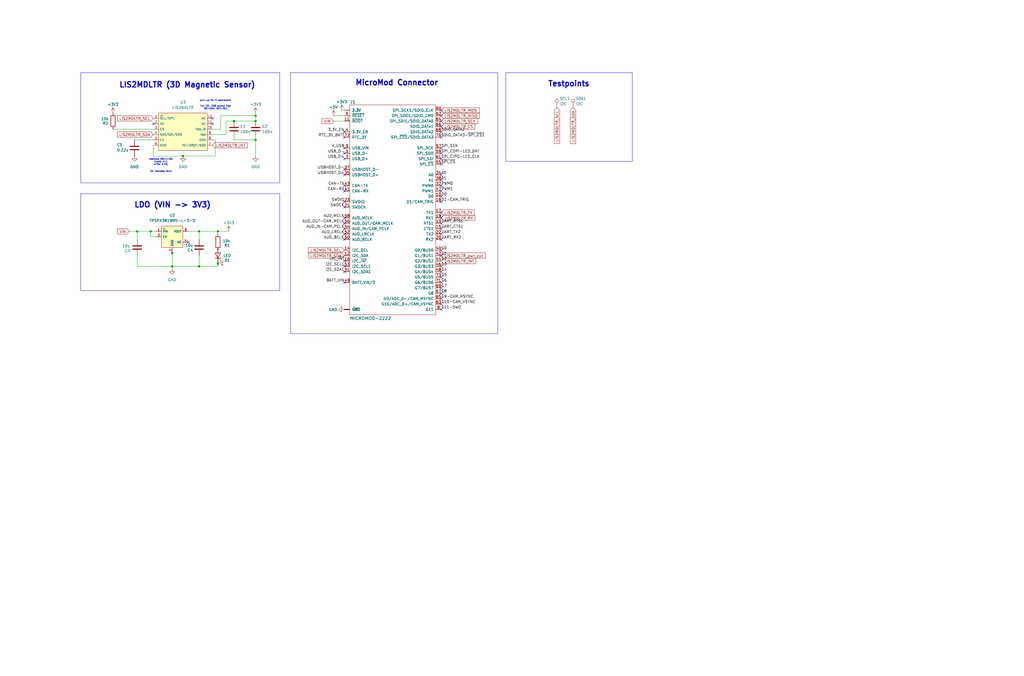
<source format=kicad_sch>
(kicad_sch (version 20250114) (generator "eeschema") (generator_version "9.0")
  (paper "User" 483.387 319.227)
  (lib_symbols
    (symbol "Connector:TestPoint" (pin_numbers (hide yes)) (pin_names (offset 0.762) (hide yes))
      (property "Reference" "TP" (at 0 6.858 0))
      (property "Value" "TestPoint" (at 0 5.08 0))
      (symbol "TestPoint_0_1"
        (circle (center 0 3.302) (radius 0.762))
      )
      (symbol "TestPoint_1_1"
        (pin passive line (at 0 0 90) (length 2.54) (name "1") (number "1"))
      )
    )
    (symbol "Device:C" (pin_numbers (hide yes)) (pin_names (offset 0.254))
      (property "Reference" "C" (at 0.635 2.54 0))
      (property "Value" "C" (at 0.635 -2.54 0))
      (symbol "C_0_1"
        (polyline (pts (xy -2.032 0.762) (xy 2.032 0.762)) (stroke (width 0.508)))
        (polyline (pts (xy -2.032 -0.762) (xy 2.032 -0.762)) (stroke (width 0.508)))
      )
      (symbol "C_1_1"
        (pin passive line (at 0 3.81 270) (length 2.794) (name "~") (number "1"))
        (pin passive line (at 0 -3.81 90) (length 2.794) (name "~") (number "2"))
      )
    )
    (symbol "Device:LED" (pin_numbers (hide yes)) (pin_names (offset 1.016) (hide yes))
      (property "Reference" "D" (at 0 2.54 0))
      (property "Value" "LED" (at 0 -2.54 0))
      (symbol "LED_0_1"
        (polyline (pts (xy -3.048 -0.762) (xy -4.572 -2.286) (xy -3.81 -2.286) (xy -4.572 -2.286) (xy -4.572 -1.524)))
        (polyline (pts (xy -1.778 -0.762) (xy -3.302 -2.286) (xy -2.54 -2.286) (xy -3.302 -2.286) (xy -3.302 -1.524)))
        (polyline (pts (xy -1.27 0) (xy 1.27 0)))
        (polyline (pts (xy -1.27 -1.27) (xy -1.27 1.27)) (stroke (width 0.254)))
        (polyline (pts (xy 1.27 -1.27) (xy 1.27 1.27) (xy -1.27 0) (xy 1.27 -1.27)) (stroke (width 0.254)))
      )
      (symbol "LED_1_1"
        (pin passive line (at -3.81 0 0) (length 2.54) (name "K") (number "1"))
        (pin passive line (at 3.81 0 180) (length 2.54) (name "A") (number "2"))
      )
    )
    (symbol "Device:R" (pin_numbers (hide yes)) (pin_names (offset 0))
      (property "Reference" "R" (at 2.032 0 90))
      (property "Value" "R" (at 0 0 90))
      (symbol "R_0_1"
        (rectangle (start -1.016 -2.54) (end 1.016 2.54) (stroke (width 0.254)))
      )
      (symbol "R_1_1"
        (pin passive line (at 0 3.81 270) (length 1.27) (name "~") (number "1"))
        (pin passive line (at 0 -3.81 90) (length 1.27) (name "~") (number "2"))
      )
    )
    (symbol "LIS2MDLTR:LIS2MDLTR"
      (property "Reference" "U3" (at 0 13.97 0))
      (property "Value" "LIS2MDLTR" (at 0 11.43 0))
      (symbol "LIS2MDLTR_0_1"
        (rectangle (start -11.43 8.89) (end 11.43 -8.89) (fill (type background)))
        (circle (center -10.16 7.62) (radius 0.381) (fill (type background)))
        (pin unspecified line (at -13.97 6.35 0) (length 2.54) (name "SCL/SPC") (number "1"))
        (pin unspecified line (at -13.97 3.81 0) (length 2.54) (name "NC") (number "2"))
        (pin unspecified line (at -13.97 1.27 0) (length 2.54) (name "CS") (number "3"))
        (pin unspecified line (at -13.97 -1.27 0) (length 2.54) (name "SDA/SDI/SDO") (number "4"))
        (pin unspecified line (at -13.97 -3.81 0) (length 2.54) (name "C1") (number "5"))
        (pin unspecified line (at -13.97 -6.35 0) (length 2.54) (name "GND") (number "6"))
        (pin unspecified line (at 13.97 6.35 180) (length 2.54) (name "NC") (number "12"))
        (pin unspecified line (at 13.97 3.81 180) (length 2.54) (name "NC") (number "11"))
        (pin unspecified line (at 13.97 1.27 180) (length 2.54) (name "Vdd_IO") (number "10"))
        (pin unspecified line (at 13.97 -1.27 180) (length 2.54) (name "Vdd") (number "9"))
        (pin unspecified line (at 13.97 -3.81 180) (length 2.54) (name "GND") (number "8"))
        (pin unspecified line (at 13.97 -6.35 180) (length 2.54) (name "INT/DRDY/SDO") (number "7"))
      )
    )
    (symbol "MicroMod_Processor_Board_(2):MICROMOD-2222" (pin_names (offset 1.016))
      (property "Reference" "J" (at -20.32 53.848 0))
      (property "Value" "MICROMOD-2222" (at -20.32 -48.26 0))
      (symbol "MICROMOD-2222_1_0"
        (polyline (pts (xy -20.32 53.34) (xy 20.32 53.34)))
        (polyline (pts (xy -20.32 -45.72) (xy -20.32 53.34)))
        (polyline (pts (xy 20.32 53.34) (xy 20.32 -45.72)))
        (polyline (pts (xy 20.32 -45.72) (xy -20.32 -45.72)))
        (pin bidirectional line (at -22.86 50.8 0) (length 2.54) (name "3.3V") (number "2"))
        (pin bidirectional line (at -22.86 50.8 0) (length 2.54) (name "3.3V") (number "74"))
        (pin bidirectional line (at -22.86 48.26 0) (length 2.54) (name "~{RESET}") (number "6"))
        (pin bidirectional line (at -22.86 45.72 0) (length 2.54) (name "~{BOOT}") (number "11"))
        (pin bidirectional line (at -22.86 40.64 0) (length 2.54) (name "3.3V_EN") (number "4"))
        (pin bidirectional line (at -22.86 38.1 0) (length 2.54) (name "RTC_3V") (number "72"))
        (pin bidirectional line (at -22.86 33.02 0) (length 2.54) (name "USB_VIN") (number "9"))
        (pin bidirectional line (at -22.86 30.48 0) (length 2.54) (name "USB_D-") (number "5"))
        (pin bidirectional line (at -22.86 27.94 0) (length 2.54) (name "USB_D+") (number "3"))
        (pin bidirectional line (at -22.86 22.86 0) (length 2.54) (name "USBHOST_D-") (number "37"))
        (pin bidirectional line (at -22.86 20.32 0) (length 2.54) (name "USBHOST_D+") (number "35"))
        (pin bidirectional line (at -22.86 15.24 0) (length 2.54) (name "CAN-TX") (number "43"))
        (pin bidirectional line (at -22.86 12.7 0) (length 2.54) (name "CAN-RX") (number "41"))
        (pin bidirectional line (at -22.86 7.62 0) (length 2.54) (name "SWDIO") (number "23"))
        (pin bidirectional line (at -22.86 5.08 0) (length 2.54) (name "SWDCK") (number "21"))
        (pin bidirectional line (at -22.86 0 0) (length 2.54) (name "AUD_MCLK") (number "58"))
        (pin bidirectional line (at -22.86 -2.54 0) (length 2.54) (name "AUD_OUT/CAM_MCLK") (number "56"))
        (pin bidirectional line (at -22.86 -5.08 0) (length 2.54) (name "AUD_IN/CAM_PCLK") (number "54"))
        (pin bidirectional line (at -22.86 -7.62 0) (length 2.54) (name "AUD_LRCLK") (number "52"))
        (pin bidirectional line (at -22.86 -10.16 0) (length 2.54) (name "AUD_BCLK") (number "50"))
        (pin bidirectional line (at -22.86 -15.24 0) (length 2.54) (name "I2C_SCL") (number "14"))
        (pin bidirectional line (at -22.86 -17.78 0) (length 2.54) (name "I2C_SDA") (number "12"))
        (pin bidirectional line (at -22.86 -20.32 0) (length 2.54) (name "I2C_~{INT}") (number "16"))
        (pin bidirectional line (at -22.86 -22.86 0) (length 2.54) (name "I2C_SCL1") (number "53"))
        (pin bidirectional line (at -22.86 -25.4 0) (length 2.54) (name "I2C_SDA1") (number "51"))
        (pin bidirectional line (at -22.86 -30.48 0) (length 2.54) (name "BATT_VIN/3") (number "49"))
        (pin bidirectional line (at -22.86 -43.18 0) (length 2.54) (name "GND") (number "1"))
        (pin bidirectional line (at -22.86 -43.18 0) (length 2.54) (name "GND") (number "33"))
        (pin bidirectional line (at -22.86 -43.18 0) (length 2.54) (name "GND") (number "36"))
        (pin bidirectional line (at -22.86 -43.18 0) (length 2.54) (name "GND") (number "39"))
        (pin bidirectional line (at -22.86 -43.18 0) (length 2.54) (name "GND") (number "45"))
        (pin bidirectional line (at -22.86 -43.18 0) (length 2.54) (name "GND") (number "7"))
        (pin bidirectional line (at -22.86 -43.18 0) (length 2.54) (name "GND") (number "75"))
        (pin bidirectional line (at -22.86 -43.18 0) (length 2.54) (name "GND") (number "GND1"))
        (pin bidirectional line (at -22.86 -43.18 0) (length 2.54) (name "GND") (number "GND2"))
        (pin bidirectional line (at -22.86 -43.18 0) (length 2.54) (name "GND") (number "GND3"))
        (pin bidirectional line (at 22.86 50.8 180) (length 2.54) (name "SPI_SCK1/SDIO_CLK") (number "60"))
        (pin bidirectional line (at 22.86 48.26 180) (length 2.54) (name "SPI_SDO1/SDIO_CMD") (number "62"))
        (pin bidirectional line (at 22.86 45.72 180) (length 2.54) (name "SPI_SDI1/SDIO_DATA0") (number "64"))
        (pin bidirectional line (at 22.86 43.18 180) (length 2.54) (name "SDIO_DATA1") (number "66"))
        (pin bidirectional line (at 22.86 40.64 180) (length 2.54) (name "SDIO_DATA2") (number "68"))
        (pin bidirectional line (at 22.86 38.1 180) (length 2.54) (name "SPI_~{CS1}/SDIO_DATA3") (number "70"))
        (pin bidirectional line (at 22.86 33.02 180) (length 2.54) (name "SPI_SCK") (number "57"))
        (pin bidirectional line (at 22.86 30.48 180) (length 2.54) (name "SPI_SDO") (number "59"))
        (pin bidirectional line (at 22.86 27.94 180) (length 2.54) (name "SPI_SDI") (number "61"))
        (pin bidirectional line (at 22.86 25.4 180) (length 2.54) (name "SPI_~{CS}") (number "55"))
        (pin bidirectional line (at 22.86 20.32 180) (length 2.54) (name "A0") (number "34"))
        (pin bidirectional line (at 22.86 17.78 180) (length 2.54) (name "A1") (number "38"))
        (pin bidirectional line (at 22.86 15.24 180) (length 2.54) (name "PWM0") (number "32"))
        (pin bidirectional line (at 22.86 12.7 180) (length 2.54) (name "PWM1") (number "47"))
        (pin bidirectional line (at 22.86 10.16 180) (length 2.54) (name "D0") (number "10"))
        (pin bidirectional line (at 22.86 7.62 180) (length 2.54) (name "D1/CAM_TRIG") (number "18"))
        (pin bidirectional line (at 22.86 2.54 180) (length 2.54) (name "TX1") (number "17"))
        (pin bidirectional line (at 22.86 0 180) (length 2.54) (name "RX1") (number "19"))
        (pin bidirectional line (at 22.86 -2.54 180) (length 2.54) (name "RTS1") (number "13"))
        (pin bidirectional line (at 22.86 -5.08 180) (length 2.54) (name "CTS1") (number "15"))
        (pin bidirectional line (at 22.86 -7.62 180) (length 2.54) (name "TX2") (number "22"))
        (pin bidirectional line (at 22.86 -10.16 180) (length 2.54) (name "RX2") (number "20"))
        (pin bidirectional line (at 22.86 -15.24 180) (length 2.54) (name "G0/BUS0") (number "40"))
        (pin bidirectional line (at 22.86 -17.78 180) (length 2.54) (name "G1/BUS1") (number "42"))
        (pin bidirectional line (at 22.86 -20.32 180) (length 2.54) (name "G2/BUS2") (number "44"))
        (pin bidirectional line (at 22.86 -22.86 180) (length 2.54) (name "G3/BUS3") (number "46"))
        (pin bidirectional line (at 22.86 -25.4 180) (length 2.54) (name "G4/BUS4") (number "48"))
        (pin bidirectional line (at 22.86 -27.94 180) (length 2.54) (name "G5/BUS5") (number "73"))
        (pin bidirectional line (at 22.86 -30.48 180) (length 2.54) (name "G6/BUS6") (number "71"))
        (pin bidirectional line (at 22.86 -33.02 180) (length 2.54) (name "G7/BUS7") (number "69"))
        (pin bidirectional line (at 22.86 -35.56 180) (length 2.54) (name "G8") (number "67"))
        (pin bidirectional line (at 22.86 -38.1 180) (length 2.54) (name "G9/ADC_D-/CAM_HSYNC") (number "65"))
        (pin bidirectional line (at 22.86 -40.64 180) (length 2.54) (name "G10/ADC_D+/CAM_VSYNC") (number "63"))
        (pin bidirectional line (at 22.86 -43.18 180) (length 2.54) (name "G11") (number "8"))
      )
    )
    (symbol "TPSPX3819M5-L-3-3_1"
      (property "Reference" "U" (at 2.54 1.27 0))
      (property "Value" "TPSPX3819M5-L-3-3" (at 2.54 -2.54 0))
      (symbol "TPSPX3819M5-L-3-3_1_0_1"
        (rectangle (start -5.08 5.08) (end 5.08 -5.08) (fill (type background)))
        (circle (center -3.81 3.81) (radius 0.381) (fill (type background)))
        (pin unspecified line (at -7.62 2.54 0) (length 2.54) (name "VIN") (number "1"))
        (pin unspecified line (at -7.62 0 0) (length 2.54) (name "EN") (number "3"))
        (pin unspecified line (at 0 -7.62 90) (length 2.54) (name "GND") (number "2"))
        (pin unspecified line (at 7.62 2.54 180) (length 2.54) (name "VOUT") (number "5"))
        (pin unspecified line (at 7.62 -2.54 180) (length 2.54) (name "NC") (number "4"))
      )
    )
    (symbol "power:+3V3" (power) (pin_numbers (hide yes)) (pin_names (offset 0) (hide yes))
      (property "Value" "+3V3" (at 0 3.556 0))
      (symbol "+3V3_0_1"
        (polyline (pts (xy -0.762 1.27) (xy 0 2.54)))
        (polyline (pts (xy 0 2.54) (xy 0.762 1.27)))
        (polyline (pts (xy 0 0) (xy 0 2.54)))
      )
      (symbol "+3V3_1_1"
        (pin power_in line (at 0 0 90) (length 0) (name "~") (number "1"))
      )
    )
    (symbol "power:GND" (power) (pin_numbers (hide yes)) (pin_names (offset 0) (hide yes))
      (property "Value" "GND" (at 0 -3.81 0))
      (symbol "GND_0_1"
        (polyline (pts (xy 0 0) (xy 0 -1.27) (xy 1.27 -1.27) (xy 0 -2.54) (xy -1.27 -1.27) (xy 0 -1.27)))
      )
      (symbol "GND_1_1"
        (pin power_in line (at 0 0 270) (length 0) (name "~") (number "1"))
      )
    )
  )
  (rectangle (start 38.1 34.29) (end 132.08 86.36))
  (rectangle (start 137.16 34.29) (end 234.95 157.48))
  (rectangle (start 238.76 34.29) (end 298.45 76.2))
  (rectangle (start 38.1 91.44) (end 132.08 137.16))
  (text "pull-up Rs in backboard" (at 101.6 47.498 0) (effects (font (size 0.762 0.762))))
  (text "I2C Address: 0x1E" (at 75.946 81.026 0) (effects (font (size 0.762 0.762))))
  (text "Address: 0011110b\n(read: b=1\nwrite: b=0)" (at 75.946 76.454 0) (effects (font (size 0.762 0.762))))
  (text "MicroMod Connector" (at 167.64 40.64 0) (effects (font (size 2.54 2.54) (thickness 0.508) (bold yes)) (justify left bottom)))
  (text "LDO (VIN -> 3V3)" (at 63.246 98.298 0) (effects (font (size 2.54 2.54) (thickness 0.508) (bold yes)) (justify left bottom)))
  (text "LIS2MDLTR (3D Magnetic Sensor)" (at 56.134 41.656 0) (effects (font (size 2.54 2.54) (thickness 0.508) (bold yes)) (justify left bottom)))
  (text "For I2C, CSB pulled high\nSDI=SDA, SCK=SCL" (at 101.854 50.8 0) (effects (font (size 0.762 0.762))))
  (text "Testpoints" (at 258.572 41.148 0) (effects (font (size 2.54 2.54) (thickness 0.508) (bold yes)) (justify left bottom)))
  (junction (at 81.28 125.73))
  (junction (at 81.28 119.38))
  (junction (at 120.65 66.04))
  (junction (at 71.12 109.22))
  (junction (at 102.87 109.22))
  (junction (at 93.98 125.73))
  (junction (at 120.65 57.15))
  (junction (at 86.36 73.66))
  (junction (at 64.77 109.22))
  (junction (at 120.65 54.61))
  (junction (at 110.49 57.15))
  (junction (at 102.87 124.46))
  (junction (at 93.98 109.22))
  (no_connect (at 208.28 62.23))
  (no_connect (at 208.28 135.89))
  (no_connect (at 72.39 58.42))
  (no_connect (at 208.28 90.17))
  (no_connect (at 208.28 69.85))
  (no_connect (at 208.28 138.43))
  (no_connect (at 208.28 120.65))
  (no_connect (at 208.28 77.47))
  (no_connect (at 208.28 92.71))
  (no_connect (at 208.28 143.51))
  (no_connect (at 208.28 64.77))
  (no_connect (at 208.28 74.93))
  (no_connect (at 162.56 82.55))
  (no_connect (at 162.56 97.79))
  (no_connect (at 162.56 110.49))
  (no_connect (at 208.28 105.41))
  (no_connect (at 208.28 107.95))
  (no_connect (at 162.56 90.17))
  (no_connect (at 162.56 62.23))
  (no_connect (at 208.28 140.97))
  (no_connect (at 208.28 125.73))
  (no_connect (at 208.28 82.55))
  (no_connect (at 162.56 95.25))
  (no_connect (at 208.28 100.33))
  (no_connect (at 100.33 58.42))
  (no_connect (at 208.28 130.81))
  (no_connect (at 162.56 133.35))
  (no_connect (at 162.56 87.63))
  (no_connect (at 162.56 72.39))
  (no_connect (at 162.56 69.85))
  (no_connect (at 208.28 85.09))
  (no_connect (at 208.28 113.03))
  (no_connect (at 162.56 113.03))
  (no_connect (at 208.28 118.11))
  (no_connect (at 100.33 55.88))
  (no_connect (at 208.28 102.87))
  (no_connect (at 162.56 128.27))
  (no_connect (at 208.28 57.15))
  (no_connect (at 208.28 87.63))
  (no_connect (at 162.56 107.95))
  (no_connect (at 162.56 105.41))
  (no_connect (at 162.56 74.93))
  (no_connect (at 88.9 114.3))
  (no_connect (at 208.28 95.25))
  (no_connect (at 162.56 125.73))
  (no_connect (at 208.28 110.49))
  (no_connect (at 208.28 54.61))
  (no_connect (at 208.28 52.07))
  (no_connect (at 208.28 146.05))
  (no_connect (at 162.56 80.01))
  (no_connect (at 208.28 72.39))
  (no_connect (at 208.28 133.35))
  (no_connect (at 208.28 59.69))
  (no_connect (at 208.28 128.27))
  (no_connect (at 162.56 123.19))
  (no_connect (at 162.56 64.77))
  (no_connect (at 162.56 102.87))
  (wire (pts (xy 102.87 109.22) (xy 107.95 109.22)))
  (wire (pts (xy 102.87 116.84) (xy 102.87 118.11)))
  (wire (pts (xy 101.6 66.04) (xy 100.33 66.04)))
  (wire (pts (xy 93.98 120.65) (xy 93.98 125.73)))
  (wire (pts (xy 81.28 119.38) (xy 81.28 125.73)))
  (wire (pts (xy 120.65 66.04) (xy 120.65 73.66)))
  (wire (pts (xy 86.36 73.66) (xy 101.6 73.66)))
  (wire (pts (xy 161.29 52.07) (xy 162.56 52.07)))
  (wire (pts (xy 86.36 73.66) (xy 72.39 73.66)))
  (wire (pts (xy 104.14 54.61) (xy 120.65 54.61)))
  (wire (pts (xy 102.87 124.46) (xy 102.87 125.73)))
  (wire (pts (xy 64.77 113.03) (xy 64.77 109.22)))
  (wire (pts (xy 93.98 109.22) (xy 88.9 109.22)))
  (wire (pts (xy 120.65 64.77) (xy 120.65 66.04)))
  (wire (pts (xy 100.33 63.5) (xy 106.68 63.5)))
  (wire (pts (xy 102.87 123.19) (xy 102.87 124.46)))
  (wire (pts (xy 101.6 73.66) (xy 101.6 66.04)))
  (wire (pts (xy 102.87 125.73) (xy 93.98 125.73)))
  (wire (pts (xy 71.12 111.76) (xy 71.12 109.22)))
  (wire (pts (xy 72.39 73.66) (xy 72.39 68.58)))
  (wire (pts (xy 120.65 53.34) (xy 120.65 54.61)))
  (wire (pts (xy 81.28 118.11) (xy 81.28 119.38)))
  (wire (pts (xy 53.34 60.96) (xy 72.39 60.96)))
  (wire (pts (xy 120.65 57.15) (xy 120.65 59.69)))
  (wire (pts (xy 110.49 66.04) (xy 120.65 66.04)))
  (wire (pts (xy 93.98 113.03) (xy 93.98 109.22)))
  (wire (pts (xy 93.98 125.73) (xy 81.28 125.73)))
  (wire (pts (xy 110.49 57.15) (xy 120.65 57.15)))
  (wire (pts (xy 100.33 60.96) (xy 104.14 60.96)))
  (wire (pts (xy 73.66 111.76) (xy 71.12 111.76)))
  (wire (pts (xy 110.49 57.15) (xy 110.49 59.69)))
  (wire (pts (xy 106.68 63.5) (xy 106.68 57.15)))
  (wire (pts (xy 71.12 109.22) (xy 73.66 109.22)))
  (wire (pts (xy 64.77 109.22) (xy 71.12 109.22)))
  (wire (pts (xy 120.65 54.61) (xy 120.65 57.15)))
  (wire (pts (xy 63.5 66.04) (xy 72.39 66.04)))
  (wire (pts (xy 157.48 57.15) (xy 162.56 57.15)))
  (wire (pts (xy 102.87 110.49) (xy 102.87 109.22)))
  (wire (pts (xy 102.87 109.22) (xy 93.98 109.22)))
  (wire (pts (xy 64.77 125.73) (xy 81.28 125.73)))
  (wire (pts (xy 110.49 64.77) (xy 110.49 66.04)))
  (wire (pts (xy 104.14 60.96) (xy 104.14 54.61)))
  (wire (pts (xy 81.28 127) (xy 81.28 125.73)))
  (wire (pts (xy 64.77 120.65) (xy 64.77 125.73)))
  (wire (pts (xy 157.48 54.61) (xy 162.56 54.61)))
  (wire (pts (xy 60.96 109.22) (xy 64.77 109.22)))
  (wire (pts (xy 106.68 57.15) (xy 110.49 57.15)))
  (label "SWDIO" (at 162.56 95.25 180))
  (label "SPI_SCK" (at 208.28 69.85 0))
  (label "I2C_~{INT}" (at 162.56 123.19 180))
  (label "CAN-RX" (at 162.56 90.17 180))
  (label "A0" (at 208.28 82.55 0))
  (label "CAN-TX" (at 162.56 87.63 180))
  (label "G11-SWO" (at 208.28 146.05 0))
  (label "G8" (at 208.28 138.43 0))
  (label "G0" (at 208.28 118.11 0))
  (label "~{SPI_CS}" (at 208.28 77.47 0))
  (label "G5" (at 208.28 130.81 0))
  (label "USB_D-" (at 162.56 72.39 180))
  (label "UART_TX2" (at 208.28 110.49 0))
  (label "G3" (at 208.28 125.73 0))
  (label "G2" (at 208.28 123.19 0))
  (label "I2C_SDA1" (at 162.56 128.27 180))
  (label "G1" (at 208.28 120.65 0))
  (label "D0" (at 208.28 92.71 0))
  (label "SPI_CIPO-LED_CLK" (at 208.28 74.93 0))
  (label "SDIO_DATA2" (at 208.28 62.23 0))
  (label "G4" (at 208.28 128.27 0))
  (label "I2C_SCL1" (at 162.56 125.73 180))
  (label "USBHOST_D-" (at 162.56 80.01 180))
  (label "AUD_BCLK" (at 162.56 113.03 180))
  (label "UART_CTS1" (at 208.28 107.95 0))
  (label "SPI_COPI-LED_DAT" (at 208.28 72.39 0))
  (label "AUD_MCLK" (at 162.56 102.87 180))
  (label "PWM1" (at 208.28 90.17 0))
  (label "USB_D+" (at 162.56 74.93 180))
  (label "V_USB" (at 162.56 69.85 180))
  (label "G7" (at 208.28 135.89 0))
  (label "G9-CAM_HSYNC" (at 208.28 140.97 0))
  (label "SWDCK" (at 162.56 97.79 180))
  (label "USBHOST_D+" (at 162.56 82.55 180))
  (label "SDIO_DATA3-~{SPI_CS1}" (at 208.28 64.77 0))
  (label "AUD_OUT-CAM_MCLK" (at 162.56 105.41 180))
  (label "RTC_3V_BATT" (at 162.56 64.77 180))
  (label "BATT_VIN" (at 162.56 133.35 180))
  (label "UART_RX2" (at 208.28 113.03 0))
  (label "UART_RTS1" (at 208.28 105.41 0))
  (label "A1" (at 208.28 85.09 0))
  (label "AUD_LRCLK" (at 162.56 110.49 180))
  (label "G10-CAM_VSYNC" (at 208.28 143.51 0))
  (label "PWM0" (at 208.28 87.63 0))
  (label "3.3V_EN" (at 162.56 62.23 180))
  (label "D1-CAM_TRIG" (at 208.28 95.25 0))
  (label "AUD_IN-CAM_PCLK" (at 162.56 107.95 180))
  (label "G6" (at 208.28 133.35 0))
  (global_label "LIS2MDLTR_MOSI" (shape input) (at 208.28 52.07 0) (property "Intersheetrefs" "${INTERSHEET_REFS}" (effects (hide yes))))
  (global_label "LIS2MDLTR_SCK" (shape input) (at 208.28 57.15 0) (property "Intersheetrefs" "${INTERSHEET_REFS}" (effects (hide yes))))
  (global_label "LIS2MDLTR_CS" (shape input) (at 208.28 59.69 0) (property "Intersheetrefs" "${INTERSHEET_REFS}" (effects (hide yes))))
  (global_label "LIS2MDLTR_RX" (shape input) (at 208.28 102.87 0) (property "Intersheetrefs" "${INTERSHEET_REFS}" (effects (hide yes))))
  (global_label "LIS2MDLTR_TX" (shape input) (at 208.28 100.33 0) (property "Intersheetrefs" "${INTERSHEET_REFS}" (effects (hide yes))))
  (global_label "LIS2MDLTR_INT" (shape input) (at 208.28 123.19 0) (property "Intersheetrefs" "${INTERSHEET_REFS}" (effects (hide yes))))
  (global_label "LIS2MDLTR_pwr_cyc" (shape input) (at 208.28 120.65 0) (property "Intersheetrefs" "${INTERSHEET_REFS}" (effects (hide yes))))
  (global_label "LIS2MDLTR_INT" (shape input) (at 100.33 68.58 0) (property "Intersheetrefs" "${INTERSHEET_REFS}" (effects (hide yes))))
  (global_label "LIS2MDLTR_SDA" (shape input) (at 270.51 50.8 270) (property "Intersheetrefs" "${INTERSHEET_REFS}" (effects (hide yes))))
  (global_label "LIS2MDLTR_SCL" (shape input) (at 162.56 118.11 180) (property "Intersheetrefs" "${INTERSHEET_REFS}" (effects (hide yes))))
  (global_label "LIS2MDLTR_MISO" (shape input) (at 208.28 54.61 0) (property "Intersheetrefs" "${INTERSHEET_REFS}" (effects (hide yes))))
  (global_label "LIS2MDLTR_SCL" (shape input) (at 262.89 50.8 270) (property "Intersheetrefs" "${INTERSHEET_REFS}" (effects (hide yes))))
  (global_label "LIS2MDLTR_SDA" (shape input) (at 72.39 63.5 180) (property "Intersheetrefs" "${INTERSHEET_REFS}" (effects (hide yes))))
  (global_label "LIS2MDLTR_SDA" (shape input) (at 162.56 120.65 180) (property "Intersheetrefs" "${INTERSHEET_REFS}" (effects (hide yes))))
  (global_label "LIS2MDLTR_SCL" (shape input) (at 72.39 55.88 180) (property "Intersheetrefs" "${INTERSHEET_REFS}" (effects (hide yes))))
  (global_label "VIN" (shape input) (at 157.48 57.15 180) (property "Intersheetrefs" "${INTERSHEET_REFS}" (effects (hide yes))))
  (global_label "VIN" (shape input) (at 60.96 109.22 180) (property "Intersheetrefs" "${INTERSHEET_REFS}" (effects (hide yes))))
  (symbol (lib_id "MicroMod_Processor_Board_(2):MICROMOD-2222") (at 185.42 102.87 0) (unit 1)
    (property "Reference" "J1" (at 165.1 49.022 0) (effects (font (size 1.4986 1.4986)) (justify left bottom)))
    (property "Value" "MICROMOD-2222" (at 165.1 151.13 0) (effects (font (size 1.4986 1.4986)) (justify left bottom)))
    (property "Footprint" "SparkFun_MicroMod_ESP32:M.2-CARD-E-22" (effects (hide yes)))
  )
  (symbol (lib_id "power:GND") (at 162.56 146.05 270) (unit 1)
    (property "Reference" "#PWR0101" (effects (hide yes)))
    (property "Value" "GND" (at 159.3088 146.177 90) (effects (justify right)))
  )
  (symbol (lib_id "Device:C") (at 93.98 116.84 0) (unit 1)
    (property "Reference" "C4" (at 91.186 118.11 0) (effects (justify right)))
    (property "Value" "10u" (at 91.186 115.824 0) (effects (justify right)))
    (property "Footprint" "Capacitor_SMD:C_1206_3216Metric" (effects (hide yes)))
    (property "Description" "Unpolarized capacitor" (effects (hide yes)))
  )
  (symbol (lib_id "Device:R") (at 102.87 114.3 0) (unit 1)
    (property "Reference" "R1" (at 107.188 115.824 0))
    (property "Value" "10k" (at 106.934 113.792 0))
    (property "Footprint" "Resistor_SMD:R_0603_1608Metric" (effects (hide yes)))
    (property "Description" "Resistor" (effects (hide yes)))
  )
  (symbol (lib_id "power:+3V3") (at 107.95 109.22 0) (mirror y) (unit 1)
    (property "Reference" "#PWR047" (effects (hide yes)))
    (property "Value" "+3V3" (at 107.95 105.156 0))
    (property "Description" "Power symbol creates a global label with name \"+3V3\"" (effects (hide yes)))
  )
  (symbol (lib_id "power:+3V3") (at 53.34 53.34 0) (mirror y) (unit 1)
    (property "Reference" "#PWR051" (effects (hide yes)))
    (property "Value" "+3V3" (at 53.34 49.276 0))
    (property "Description" "Power symbol creates a global label with name \"+3V3\"" (effects (hide yes)))
  )
  (symbol (lib_id "Connector:TestPoint") (at 262.89 50.8 0) (unit 1)
    (property "Reference" "SCL1" (at 264.16 46.482 0) (effects (justify left)))
    (property "Value" "I2C" (at 264.16 49.022 0) (effects (justify left)))
    (property "Footprint" "TestPoint:TestPoint_Pad_D1.0mm" (effects (hide yes)))
    (property "Description" "test point" (effects (hide yes)))
  )
  (symbol (lib_id "Device:C") (at 63.5 69.85 0) (unit 1)
    (property "Reference" "C5" (at 55.118 68.326 0) (effects (justify left)))
    (property "Value" "0.22u" (at 55.118 70.866 0) (effects (justify left)))
    (property "Footprint" "Capacitor_SMD:C_0402_1005Metric" (effects (hide yes)))
    (property "Description" "Unpolarized capacitor" (effects (hide yes)))
  )
  (symbol (lib_id "power:GND") (at 81.28 127 0) (unit 1)
    (property "Reference" "#PWR04" (effects (hide yes)))
    (property "Value" "GND" (at 81.28 132.08 0))
    (property "Description" "Power symbol creates a global label with name \"GND\" , ground" (effects (hide yes)))
  )
  (symbol (lib_id "power:+3V3") (at 157.48 54.61 0) (mirror y) (unit 1)
    (property "Reference" "#PWR061" (effects (hide yes)))
    (property "Value" "+5V" (at 157.48 50.546 0))
    (property "Description" "Power symbol creates a global label with name \"+3V3\"" (effects (hide yes)))
  )
  (symbol (lib_id "LIS2MDLTR:LIS2MDLTR") (at 86.36 62.23 0) (unit 1)
    (property "Reference" "U3" (at 86.36 48.26 0))
    (property "Value" "LIS2MDLTR" (at 86.36 50.8 0))
    (property "Footprint" "LIS2MDLTR:LGA-12_L2.0-W2.0-P0.50-BL" (effects (hide yes)))
    (property "Datasheet" "https://so.szlcsc.com/global.html?c=&k=C915682" (effects (hide yes)))
    (property "LCSC" "C919695" (effects (hide yes)))
  )
  (symbol (lib_id "power:+3V3") (at 120.65 53.34 0) (mirror y) (unit 1)
    (property "Reference" "#PWR050" (effects (hide yes)))
    (property "Value" "+3V3" (at 120.65 49.276 0))
    (property "Description" "Power symbol creates a global label with name \"+3V3\"" (effects (hide yes)))
  )
  (symbol (lib_id "power:GND") (at 86.36 73.66 0) (unit 1)
    (property "Reference" "#PWR03" (effects (hide yes)))
    (property "Value" "GND" (at 86.36 78.74 0))
    (property "Description" "Power symbol creates a global label with name \"GND\" , ground" (effects (hide yes)))
  )
  (symbol (lib_id "Device:C") (at 110.49 60.96 0) (unit 1)
    (property "Reference" "C1" (at 113.284 59.69 0) (effects (justify left)))
    (property "Value" "100n" (at 113.284 62.23 0) (effects (justify left)))
    (property "Footprint" "Capacitor_SMD:C_0402_1005Metric" (effects (hide yes)))
    (property "Description" "Unpolarized capacitor" (effects (hide yes)))
  )
  (symbol (lib_id "Connector:TestPoint") (at 270.51 50.8 0) (unit 1)
    (property "Reference" "SDA1" (at 271.78 46.482 0) (effects (justify left)))
    (property "Value" "I2C" (at 271.78 49.022 0) (effects (justify left)))
    (property "Footprint" "TestPoint:TestPoint_Pad_D1.0mm" (effects (hide yes)))
    (property "Description" "test point" (effects (hide yes)))
  )
  (symbol (lib_name "TPSPX3819M5-L-3-3_1") (lib_id "TPSPX3819M5-L-3-3:TPSPX3819M5-L-3-3") (at 81.28 111.76 0) (unit 1)
    (property "Reference" "U2" (at 81.28 101.6 0))
    (property "Value" "TPSPX3819M5-L-3-3" (at 81.28 104.14 0))
    (property "Footprint" "TPSPX3819M5-L-3-3:SOT-23-5_L3.0-W1.6-P0.95-LS2.8-BR" (effects (hide yes)))
    (property "Datasheet" "https://atta.szlcsc.com/upload/public/pdf/source/20210423/C2682596_80E51577C889FCE8639E82E3A6FE92E9.pdf" (effects (hide yes)))
    (property "LCSC" "C5370980" (effects (hide yes)))
  )
  (symbol (lib_id "Device:LED") (at 102.87 120.65 90) (unit 1)
    (property "Reference" "D1" (at 107.188 122.8725 90))
    (property "Value" "LED" (at 107.188 120.65 90))
    (property "Footprint" "LED_SMD:LED_0603_1608Metric" (effects (hide yes)))
    (property "Description" "Light emitting diode" (effects (hide yes)))
    (property "Sim.Pins" "1=K 2=A" (effects (hide yes)))
  )
  (symbol (lib_id "Device:C") (at 120.65 60.96 0) (unit 1)
    (property "Reference" "C2" (at 123.698 59.69 0) (effects (justify left)))
    (property "Value" "100n" (at 123.698 62.23 0) (effects (justify left)))
    (property "Footprint" "Capacitor_SMD:C_0402_1005Metric" (effects (hide yes)))
    (property "Description" "Unpolarized capacitor" (effects (hide yes)))
  )
  (symbol (lib_id "Device:C") (at 64.77 116.84 0) (unit 1)
    (property "Reference" "C3" (at 61.468 118.364 0) (effects (justify right)))
    (property "Value" "10u" (at 61.468 116.078 0) (effects (justify right)))
    (property "Footprint" "Capacitor_SMD:C_1206_3216Metric" (effects (hide yes)))
    (property "Description" "Unpolarized capacitor" (effects (hide yes)))
  )
  (symbol (lib_id "power:GND") (at 63.5 73.66 0) (unit 1)
    (property "Reference" "#PWR07" (effects (hide yes)))
    (property "Value" "GND" (at 63.5 78.74 0))
    (property "Description" "Power symbol creates a global label with name \"GND\" , ground" (effects (hide yes)))
  )
  (symbol (lib_id "power:GND") (at 120.65 73.66 0) (unit 1)
    (property "Reference" "#PWR06" (effects (hide yes)))
    (property "Value" "GND" (at 120.65 78.74 0))
    (property "Description" "Power symbol creates a global label with name \"GND\" , ground" (effects (hide yes)))
  )
  (symbol (lib_id "Device:R") (at 53.34 57.15 0) (unit 1)
    (property "Reference" "R2" (at 49.784 58.166 0))
    (property "Value" "10k" (at 49.53 56.134 0))
    (property "Footprint" "Resistor_SMD:R_0402_1005Metric" (effects (hide yes)))
    (property "Description" "Resistor" (effects (hide yes)))
  )
  (symbol (lib_id "power:+3V3") (at 161.29 52.07 0) (mirror y) (unit 1)
    (property "Reference" "#PWR046" (effects (hide yes)))
    (property "Value" "+3V3" (at 161.29 48.006 0))
    (property "Description" "Power symbol creates a global label with name \"+3V3\"" (effects (hide yes)))
  )
)
</source>
